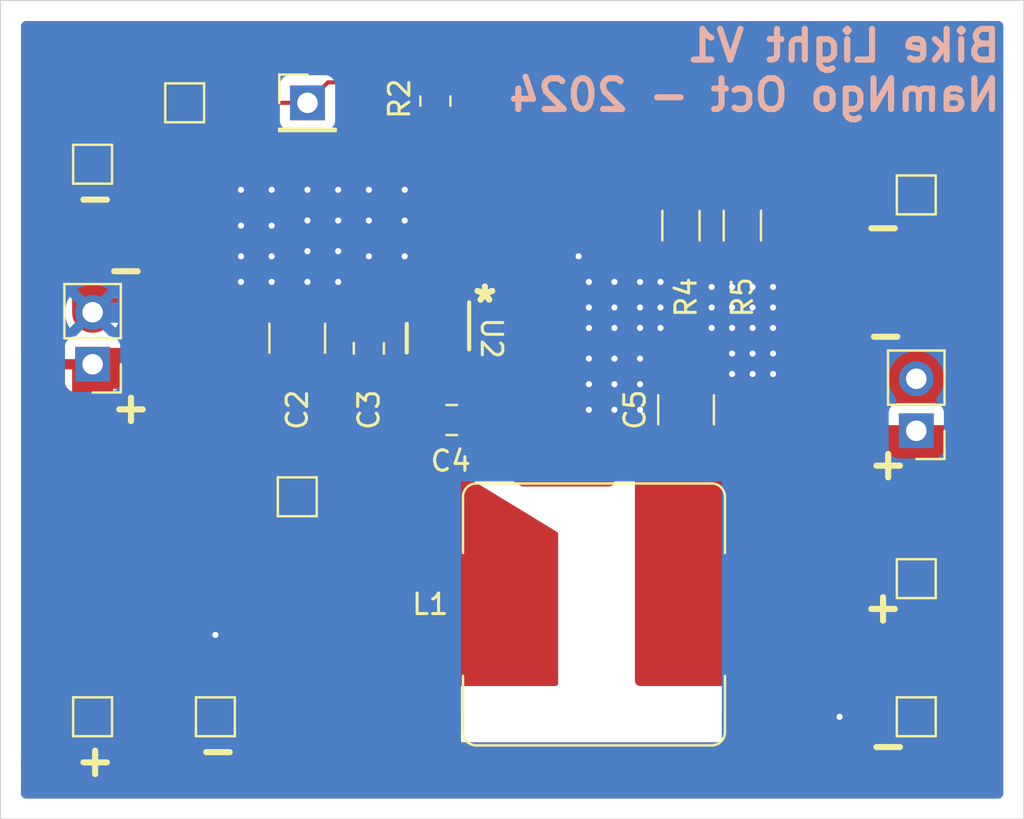
<source format=kicad_pcb>
(kicad_pcb (version 20241229) (generator "pcbnew") (generator_version "9.0")
  (layers (0 "F.Cu" signal) (2 "B.Cu" signal) (13 "F.Paste" user) (15 "B.Paste" user) (5 "F.SilkS" user "F.Silkscreen") (7 "B.SilkS" user "B.Silkscreen") (1 "F.Mask" user) (3 "B.Mask" user) (25 "Edge.Cuts" user))
  (net 0 "")
  (net 1 "SW")
  (net 2 "Net-(U2-BOOT)")
  (net 3 "VCC")
  (net 4 "GND")
  (net 5 "Net-(U2-DIM)")
  (net 6 "LED+")
  (net 7 "Net-(J2-Pin_1)")
  (net 8 "LED-")
  (footprint "Connector_PinHeader_2.54mm:PinHeader_1x02_P2.54mm_Vertical" (layer "F.Cu") (at 92 75.275 180)
    (property "Reference" "Jin2" (hide yes))
    (property "Value" "PWR")
    (fp_line (start 1.38 1.27) (end 1.38 3.92) (stroke (width 0.12)) (layer "F.SilkS"))
    (fp_line (start -1.38 3.92) (end 1.38 3.92) (stroke (width 0.12)) (layer "F.SilkS"))
    (fp_line (start -1.38 1.27) (end 1.38 1.27) (stroke (width 0.12)) (layer "F.SilkS"))
    (fp_line (start -1.38 1.27) (end -1.38 3.92) (stroke (width 0.12)) (layer "F.SilkS"))
    (fp_line (start -1.38 0) (end -1.38 -1.38) (stroke (width 0.12)) (layer "F.SilkS"))
    (fp_line (start -1.38 -1.38) (end 0 -1.38) (stroke (width 0.12)) (layer "F.SilkS"))
    (pad "1" thru_hole rect (at 0 0 180) (size 1.7 1.7) (drill 1) (layers "*.Cu" "*.Mask") (net 3 "VCC"))
    (pad "2" thru_hole circle (at 0 2.54 180) (size 1.7 1.7) (drill 1) (layers "*.Cu" "*.Mask") (net 4 "GND"))
  )
  (footprint "Connector_PinHeader_2.54mm:PinHeader_1x02_P2.54mm_Vertical" (layer "F.Cu") (at 132.25 78.525 180)
    (property "Reference" "J3" (hide yes))
    (property "Value" "LED")
    (fp_line (start 1.38 1.27) (end 1.38 3.92) (stroke (width 0.12)) (layer "F.SilkS"))
    (fp_line (start -1.38 3.92) (end 1.38 3.92) (stroke (width 0.12)) (layer "F.SilkS"))
    (fp_line (start -1.38 1.27) (end 1.38 1.27) (stroke (width 0.12)) (layer "F.SilkS"))
    (fp_line (start -1.38 1.27) (end -1.38 3.92) (stroke (width 0.12)) (layer "F.SilkS"))
    (fp_line (start -1.38 0) (end -1.38 -1.38) (stroke (width 0.12)) (layer "F.SilkS"))
    (fp_line (start -1.38 -1.38) (end 0 -1.38) (stroke (width 0.12)) (layer "F.SilkS"))
    (pad "1" thru_hole rect (at 0 0 180) (size 1.7 1.7) (drill 1) (layers "*.Cu" "*.Mask") (net 6 "LED+"))
    (pad "2" thru_hole circle (at 0 2.54 180) (size 1.7 1.7) (drill 1) (layers "*.Cu" "*.Mask") (net 8 "LED-"))
  )
  (footprint "TestPoint:TestPoint_Pad_1.5x1.5mm" (layer "F.Cu") (at 92 92.5)
    (property "Reference" "TP11" (hide yes))
    (property "Value" "VCC")
    (fp_line (start -0.95 -0.95) (end 0.95 -0.95) (stroke (width 0.12)) (layer "F.SilkS"))
    (fp_line (start -0.95 0.95) (end -0.95 -0.95) (stroke (width 0.12)) (layer "F.SilkS"))
    (fp_line (start 0.95 -0.95) (end 0.95 0.95) (stroke (width 0.12)) (layer "F.SilkS"))
    (fp_line (start 0.95 0.95) (end -0.95 0.95) (stroke (width 0.12)) (layer "F.SilkS"))
    (pad "1" smd rect (at 0 0) (size 1.5 1.5) (layers "F.Cu" "F.Mask") (net 3 "VCC"))
  )
  (footprint "footprints:DDC0006A_N" (layer "F.Cu") (at 108.875001 74 -90)
    (property "Reference" "U2" (at 0 -2.624999 270) (layer "F.SilkS"))
    (property "Value" "TPS92200" (hide yes))
    (fp_line (start -0.700001 1.524) (end 0.700001 1.524) (stroke (width 0.2)) (layer "F.SilkS"))
    (fp_line (start -1.749999 -1.525001) (end 0.549999 -1.525001) (stroke (width 0.2)) (layer "F.SilkS"))
    (pad "1" smd rect (at -1.375001 -0.950001) (size 0.599999 1) (layers "F.Cu" "F.Mask" "F.Paste") (net 8 "LED-"))
    (pad "2" smd rect (at -1.375001 0) (size 0.599999 1) (layers "F.Cu" "F.Mask" "F.Paste") (net 5 "Net-(U2-DIM)"))
    (pad "3" smd rect (at -1.375001 0.949998) (size 0.599999 1) (layers "F.Cu" "F.Mask" "F.Paste") (net 4 "GND"))
    (pad "4" smd rect (at 1.374999 0.949998) (size 0.599999 1) (layers "F.Cu" "F.Mask" "F.Paste") (net 3 "VCC"))
    (pad "5" smd rect (at 1.374999 0) (size 0.599999 1) (layers "F.Cu" "F.Mask" "F.Paste") (net 1 "SW"))
    (pad "6" smd rect (at 1.374999 -0.950001) (size 0.599999 1) (layers "F.Cu" "F.Mask" "F.Paste") (net 2 "Net-(U2-BOOT)"))
  )
  (footprint "TestPoint:TestPoint_Pad_1.5x1.5mm" (layer "F.Cu") (at 92 65.5)
    (property "Reference" "TP10" (hide yes))
    (property "Value" "GND")
    (fp_line (start -0.95 -0.95) (end 0.95 -0.95) (stroke (width 0.12)) (layer "F.SilkS"))
    (fp_line (start -0.95 0.95) (end -0.95 -0.95) (stroke (width 0.12)) (layer "F.SilkS"))
    (fp_line (start 0.95 -0.95) (end 0.95 0.95) (stroke (width 0.12)) (layer "F.SilkS"))
    (fp_line (start 0.95 0.95) (end -0.95 0.95) (stroke (width 0.12)) (layer "F.SilkS"))
    (pad "1" smd rect (at 0 0) (size 1.5 1.5) (layers "F.Cu" "F.Mask") (net 4 "GND"))
  )
  (footprint "TestPoint:TestPoint_Pad_1.5x1.5mm" (layer "F.Cu") (at 98 92.5)
    (property "Reference" "TP8" (hide yes))
    (property "Value" "GND")
    (fp_line (start -0.95 -0.95) (end 0.95 -0.95) (stroke (width 0.12)) (layer "F.SilkS"))
    (fp_line (start -0.95 0.95) (end -0.95 -0.95) (stroke (width 0.12)) (layer "F.SilkS"))
    (fp_line (start 0.95 -0.95) (end 0.95 0.95) (stroke (width 0.12)) (layer "F.SilkS"))
    (fp_line (start 0.95 0.95) (end -0.95 0.95) (stroke (width 0.12)) (layer "F.SilkS"))
    (pad "1" smd rect (at 0 0) (size 1.5 1.5) (layers "F.Cu" "F.Mask") (net 4 "GND"))
  )
  (footprint "Resistor_SMD:R_0805_2012Metric" (layer "F.Cu") (at 108.75 62.4125 90)
    (property "Reference" "R2" (at 0.11248 -1.75306 90) (layer "F.SilkS"))
    (property "Value" "1k")
    (fp_line (start -0.227064 -0.735) (end 0.227064 -0.735) (stroke (width 0.12)) (layer "F.SilkS"))
    (fp_line (start -0.227064 0.735) (end 0.227064 0.735) (stroke (width 0.12)) (layer "F.SilkS"))
    (pad "1" smd roundrect (at -0.9125 0 90) (size 1.025 1.4) (layers "F.Cu" "F.Mask" "F.Paste") (roundrect_rratio 0.243902) (net 5 "Net-(U2-DIM)"))
    (pad "2" smd roundrect (at 0.9125 0 90) (size 1.025 1.4) (layers "F.Cu" "F.Mask" "F.Paste") (roundrect_rratio 0.243902) (net 7 "Net-(J2-Pin_1)"))
  )
  (footprint "TestPoint:TestPoint_Pad_1.5x1.5mm" (layer "F.Cu") (at 132.25 67)
    (property "Reference" "TP6" (hide yes))
    (property "Value" "LED-")
    (fp_line (start -0.95 -0.95) (end 0.95 -0.95) (stroke (width 0.12)) (layer "F.SilkS"))
    (fp_line (start -0.95 0.95) (end -0.95 -0.95) (stroke (width 0.12)) (layer "F.SilkS"))
    (fp_line (start 0.95 -0.95) (end 0.95 0.95) (stroke (width 0.12)) (layer "F.SilkS"))
    (fp_line (start 0.95 0.95) (end -0.95 0.95) (stroke (width 0.12)) (layer "F.SilkS"))
    (pad "1" smd rect (at 0 0) (size 1.5 1.5) (layers "F.Cu" "F.Mask") (net 8 "LED-"))
  )
  (footprint "Resistor_SMD:R_1206_3216Metric" (layer "F.Cu") (at 120.75 68.5 90)
    (property "Reference" "R4" (at -3.5 0.25 90) (layer "F.SilkS"))
    (property "Value" "0.1" (hide yes))
    (fp_line (start -0.727064 -0.91) (end 0.727064 -0.91) (stroke (width 0.12)) (layer "F.SilkS"))
    (fp_line (start -0.727064 0.91) (end 0.727064 0.91) (stroke (width 0.12)) (layer "F.SilkS"))
    (pad "1" smd roundrect (at -1.4625 0 90) (size 1.125 1.75) (layers "F.Cu" "F.Mask" "F.Paste") (roundrect_rratio 0.222222) (net 4 "GND"))
    (pad "2" smd roundrect (at 1.4625 0 90) (size 1.125 1.75) (layers "F.Cu" "F.Mask" "F.Paste") (roundrect_rratio 0.222222) (net 8 "LED-"))
  )
  (footprint "Capacitor_SMD:C_1210_3225Metric" (layer "F.Cu") (at 102 74 90)
    (property "Reference" "C2" (at -3.5 0 270) (layer "F.SilkS"))
    (property "Value" "10uF" (hide yes))
    (fp_line (start -0.711252 -1.36) (end 0.711252 -1.36) (stroke (width 0.12)) (layer "F.SilkS"))
    (fp_line (start -0.711252 1.36) (end 0.711252 1.36) (stroke (width 0.12)) (layer "F.SilkS"))
    (pad "1" smd roundrect (at -1.475 0 90) (size 1.15 2.7) (layers "F.Cu" "F.Mask" "F.Paste") (roundrect_rratio 0.217391) (net 3 "VCC"))
    (pad "2" smd roundrect (at 1.475 0 90) (size 1.15 2.7) (layers "F.Cu" "F.Mask" "F.Paste") (roundrect_rratio 0.217391) (net 4 "GND"))
  )
  (footprint "Connector_PinHeader_2.54mm:PinHeader_1x01_P2.54mm_Vertical" (layer "F.Cu") (at 102.5 62.5)
    (property "Reference" "J2" (hide yes))
    (property "Value" "DIM")
    (fp_line (start -1.38 -1.38) (end 0 -1.38) (stroke (width 0.12)) (layer "F.SilkS"))
    (fp_line (start -1.38 0) (end -1.38 -1.38) (stroke (width 0.12)) (layer "F.SilkS"))
    (fp_line (start -1.38 1.27) (end -1.38 1.38) (stroke (width 0.12)) (layer "F.SilkS"))
    (fp_line (start -1.38 1.27) (end 1.38 1.27) (stroke (width 0.12)) (layer "F.SilkS"))
    (fp_line (start -1.38 1.38) (end 1.38 1.38) (stroke (width 0.12)) (layer "F.SilkS"))
    (fp_line (start 1.38 1.27) (end 1.38 1.38) (stroke (width 0.12)) (layer "F.SilkS"))
    (pad "1" thru_hole rect (at 0 0) (size 1.7 1.7) (drill 1) (layers "*.Cu" "*.Mask") (net 7 "Net-(J2-Pin_1)"))
  )
  (footprint "Inductor_SMD:L_Bourns_SRR1260" (layer "F.Cu") (at 116.5 87.5 180)
    (property "Reference" "L1" (at 8 0.5 0) (layer "F.SilkS"))
    (property "Value" "~")
    (fp_line (start 6.4 3) (end 6.4 5.75) (stroke (width 0.12)) (layer "F.SilkS"))
    (fp_line (start 6.4 -5.75) (end 6.4 -3) (stroke (width 0.12)) (layer "F.SilkS"))
    (fp_line (start 5.75 6.4) (end -5.75 6.4) (stroke (width 0.12)) (layer "F.SilkS"))
    (fp_line (start -5.75 -6.4) (end 5.75 -6.4) (stroke (width 0.12)) (layer "F.SilkS"))
    (fp_line (start -6.4 3) (end -6.4 5.75) (stroke (width 0.12)) (layer "F.SilkS"))
    (fp_line (start -6.4 -5.75) (end -6.4 -3) (stroke (width 0.12)) (layer "F.SilkS"))
    (fp_arc (start 6.4 5.75) (mid 6.209619 6.209619) (end 5.75 6.4) (stroke (width 0.12)) (layer "F.SilkS"))
    (fp_arc (start 5.75 -6.4) (mid 6.209619 -6.209619) (end 6.4 -5.75) (stroke (width 0.12)) (layer "F.SilkS"))
    (fp_arc (start -5.75 6.4) (mid -6.209619 6.209619) (end -6.4 5.75) (stroke (width 0.12)) (layer "F.SilkS"))
    (fp_arc (start -6.4 -5.75) (mid -6.209619 -6.209619) (end -5.75 -6.4) (stroke (width 0.12)) (layer "F.SilkS"))
    (pad "1" smd rect (at -4.85 0 180) (size 2.9 5.4) (layers "F.Cu" "F.Mask" "F.Paste") (net 6 "LED+"))
    (pad "2" smd rect (at 4.85 0 180) (size 2.9 5.4) (layers "F.Cu" "F.Mask" "F.Paste") (net 1 "SW"))
  )
  (footprint "TestPoint:TestPoint_Pad_1.5x1.5mm" (layer "F.Cu") (at 96.5 62.5)
    (property "Reference" "TP4" (hide yes))
    (property "Value" "DIM")
    (fp_line (start -0.95 -0.95) (end 0.95 -0.95) (stroke (width 0.12)) (layer "F.SilkS"))
    (fp_line (start -0.95 0.95) (end -0.95 -0.95) (stroke (width 0.12)) (layer "F.SilkS"))
    (fp_line (start 0.95 -0.95) (end 0.95 0.95) (stroke (width 0.12)) (layer "F.SilkS"))
    (fp_line (start 0.95 0.95) (end -0.95 0.95) (stroke (width 0.12)) (layer "F.SilkS"))
    (pad "1" smd rect (at 0 0) (size 1.5 1.5) (layers "F.Cu" "F.Mask") (net 7 "Net-(J2-Pin_1)"))
  )
  (footprint "TestPoint:TestPoint_Pad_1.5x1.5mm" (layer "F.Cu") (at 132.25 92.5)
    (property "Reference" "TP3" (hide yes))
    (property "Value" "GND")
    (fp_line (start -0.95 -0.95) (end 0.95 -0.95) (stroke (width 0.12)) (layer "F.SilkS"))
    (fp_line (start -0.95 0.95) (end -0.95 -0.95) (stroke (width 0.12)) (layer "F.SilkS"))
    (fp_line (start 0.95 -0.95) (end 0.95 0.95) (stroke (width 0.12)) (layer "F.SilkS"))
    (fp_line (start 0.95 0.95) (end -0.95 0.95) (stroke (width 0.12)) (layer "F.SilkS"))
    (pad "1" smd rect (at 0 0) (size 1.5 1.5) (layers "F.Cu" "F.Mask") (net 4 "GND"))
  )
  (footprint "TestPoint:TestPoint_Pad_1.5x1.5mm" (layer "F.Cu") (at 132.25 85.75)
    (property "Reference" "TP5" (hide yes))
    (property "Value" "LED+")
    (fp_line (start -0.95 -0.95) (end 0.95 -0.95) (stroke (width 0.12)) (layer "F.SilkS"))
    (fp_line (start -0.95 0.95) (end -0.95 -0.95) (stroke (width 0.12)) (layer "F.SilkS"))
    (fp_line (start 0.95 -0.95) (end 0.95 0.95) (stroke (width 0.12)) (layer "F.SilkS"))
    (fp_line (start 0.95 0.95) (end -0.95 0.95) (stroke (width 0.12)) (layer "F.SilkS"))
    (pad "1" smd rect (at 0 0) (size 1.5 1.5) (layers "F.Cu" "F.Mask") (net 6 "LED+"))
  )
  (footprint "TestPoint:TestPoint_Pad_1.5x1.5mm" (layer "F.Cu") (at 102 81.75)
    (property "Reference" "TP2" (hide yes))
    (property "Value" "VCC")
    (fp_line (start -0.95 -0.95) (end 0.95 -0.95) (stroke (width 0.12)) (layer "F.SilkS"))
    (fp_line (start -0.95 0.95) (end -0.95 -0.95) (stroke (width 0.12)) (layer "F.SilkS"))
    (fp_line (start 0.95 -0.95) (end 0.95 0.95) (stroke (width 0.12)) (layer "F.SilkS"))
    (fp_line (start 0.95 0.95) (end -0.95 0.95) (stroke (width 0.12)) (layer "F.SilkS"))
    (pad "1" smd rect (at 0 0) (size 1.5 1.5) (layers "F.Cu" "F.Mask") (net 3 "VCC"))
  )
  (footprint "Capacitor_SMD:C_0805_2012Metric" (layer "F.Cu") (at 109.55 78 180)
    (property "Reference" "C4" (at 0.05 -2 0) (layer "F.SilkS"))
    (property "Value" "0.1uF")
    (fp_line (start -0.261252 0.735) (end 0.261252 0.735) (stroke (width 0.12)) (layer "F.SilkS"))
    (fp_line (start -0.261252 -0.735) (end 0.261252 -0.735) (stroke (width 0.12)) (layer "F.SilkS"))
    (pad "1" smd roundrect (at -0.95 0 180) (size 1 1.45) (layers "F.Cu" "F.Mask" "F.Paste") (net 2 "Net-(U2-BOOT)"))
    (pad "2" smd roundrect (at 0.95 0 180) (size 1 1.45) (layers "F.Cu" "F.Mask" "F.Paste") (net 1 "SW"))
  )
  (footprint "Capacitor_SMD:C_0805_2012Metric" (layer "F.Cu") (at 105.5 74.5 90)
    (property "Reference" "C3" (at -3 0 270) (layer "F.SilkS"))
    (property "Value" "0.1uF" (hide yes))
    (fp_line (start -0.261252 -0.735) (end 0.261252 -0.735) (stroke (width 0.12)) (layer "F.SilkS"))
    (fp_line (start -0.261252 0.735) (end 0.261252 0.735) (stroke (width 0.12)) (layer "F.SilkS"))
    (pad "1" smd roundrect (at -0.95 0 90) (size 1 1.45) (layers "F.Cu" "F.Mask" "F.Paste") (net 3 "VCC"))
    (pad "2" smd roundrect (at 0.95 0 90) (size 1 1.45) (layers "F.Cu" "F.Mask" "F.Paste") (net 4 "GND"))
  )
  (footprint "Resistor_SMD:R_1206_3216Metric" (layer "F.Cu") (at 123.75 68.5 90)
    (property "Reference" "R5" (at -3.5 0 90) (layer "F.SilkS"))
    (property "Value" "0.1" (hide yes))
    (fp_line (start -0.727064 -0.91) (end 0.727064 -0.91) (stroke (width 0.12)) (layer "F.SilkS"))
    (fp_line (start -0.727064 0.91) (end 0.727064 0.91) (stroke (width 0.12)) (layer "F.SilkS"))
    (pad "1" smd roundrect (at -1.4625 0 90) (size 1.125 1.75) (layers "F.Cu" "F.Mask" "F.Paste") (roundrect_rratio 0.222222) (net 4 "GND"))
    (pad "2" smd roundrect (at 1.4625 0 90) (size 1.125 1.75) (layers "F.Cu" "F.Mask" "F.Paste") (roundrect_rratio 0.222222) (net 8 "LED-"))
  )
  (footprint "Capacitor_SMD:C_1210_3225Metric" (layer "F.Cu") (at 121 77.5 90)
    (property "Reference" "C5" (at 0 -2.5 90) (layer "F.SilkS"))
    (property "Value" "10uF")
    (fp_line (start -0.711252 -1.36) (end 0.711252 -1.36) (stroke (width 0.12)) (layer "F.SilkS"))
    (fp_line (start -0.711252 1.36) (end 0.711252 1.36) (stroke (width 0.12)) (layer "F.SilkS"))
    (pad "1" smd roundrect (at -1.475 0 90) (size 1.15 2.7) (layers "F.Cu" "F.Mask" "F.Paste") (roundrect_rratio 0.217391) (net 6 "LED+"))
    (pad "2" smd roundrect (at 1.475 0 90) (size 1.15 2.7) (layers "F.Cu" "F.Mask" "F.Paste") (roundrect_rratio 0.217391) (net 4 "GND"))
  )
  (gr_rect (start 87.5 57.5) (end 137.5 97.5) (stroke (width 0.05)) (fill no) (layer "Edge.Cuts"))
  (gr_text "+" (at 129.5 88 0) (layer "F.SilkS") (effects (font (size 1.5 1.5) (thickness 0.3) (bold yes)) (justify left bottom)))
  (gr_text "+" (at 91 95.5 0) (layer "F.SilkS") (effects (font (size 1.5 1.5) (thickness 0.3) (bold yes)) (justify left bottom)))
  (gr_text "-" (at 129.625 74.7 0) (layer "F.SilkS") (effects (font (size 1.5 1.5) (thickness 0.3) (bold yes)) (justify left bottom)))
  (gr_text "-" (at 129.75 94.75 0) (layer "F.SilkS") (effects (font (size 1.5 1.5) (thickness 0.3) (bold yes)) (justify left bottom)))
  (gr_text "-" (at 97 95 0) (layer "F.SilkS") (effects (font (size 1.5 1.5) (thickness 0.3) (bold yes)) (justify left bottom)))
  (gr_text "-" (at 129.5 69.4 0) (layer "F.SilkS") (effects (font (size 1.5 1.5) (thickness 0.3) (bold yes)) (justify left bottom)))
  (gr_text "*" (at 110.400002 73.175 0) (layer "F.SilkS") (effects (font (size 1.5 1.5) (thickness 0.3) (bold yes)) (justify left bottom)))
  (gr_text "+" (at 92.75 78.25 0) (layer "F.SilkS") (effects (font (size 1.5 1.5) (thickness 0.3) (bold yes)) (justify left bottom)))
  (gr_text "+" (at 129.75 81 0) (layer "F.SilkS") (effects (font (size 1.5 1.5) (thickness 0.3) (bold yes)) (justify left bottom)))
  (gr_text "-" (at 91 68 0) (layer "F.SilkS") (effects (font (size 1.5 1.5) (thickness 0.3) (bold yes)) (justify left bottom)))
  (gr_text "-" (at 92.5 71.5 0) (layer "F.SilkS") (effects (font (size 1.5 1.5) (thickness 0.3) (bold yes)) (justify left bottom)))
  (gr_text "Bike Light V1\nNamNgo Oct - 2024" (at 136.5 63 0) (layer "B.SilkS") (effects (font (size 1.5 1.5) (thickness 0.3) (bold yes)) (justify left bottom mirror)))
  (segment (start 108.6 78) (end 108.875001 77.724999) (width 0.5) (layer "F.Cu") (net 1))
  (segment (start 108 79) (end 108 83.85) (width 2) (layer "F.Cu") (net 1))
  (segment (start 108 78.6) (end 108 79) (width 1) (layer "F.Cu") (net 1))
  (segment (start 108.875001 77.724999) (end 108.875001 75.374999) (width 0.5) (layer "F.Cu") (net 1))
  (segment (start 108.6 78) (end 108 78.6) (width 1) (layer "F.Cu") (net 1))
  (segment (start 108 83.85) (end 111.65 87.5) (width 2) (layer "F.Cu") (net 1))
  (segment (start 110.5 76.049997) (end 109.825002 75.374999) (width 0.2) (layer "F.Cu") (net 2))
  (segment (start 110.5 78) (end 110.5 76.049997) (width 0.2) (layer "F.Cu") (net 2))
  (segment (start 102 81.75) (end 102 75.475) (width 2) (layer "F.Cu") (net 3))
  (segment (start 92 75.5) (end 92.025 75.475) (width 1) (layer "F.Cu") (net 3))
  (segment (start 102.025 75.5) (end 102 75.475) (width 1) (layer "F.Cu") (net 3))
  (segment (start 105.5 75.45) (end 102.025 75.45) (width 0.8) (layer "F.Cu") (net 3))
  (segment (start 92 75.275) (end 92 75.5) (width 0.2) (layer "F.Cu") (net 3))
  (segment (start 92 75.5) (end 92 92.5) (width 2) (layer "F.Cu") (net 3))
  (segment (start 105.575001 75.374999) (end 105.5 75.45) (width 0.8) (layer "F.Cu") (net 3))
  (segment (start 92.025 75.475) (end 102 75.475) (width 2) (layer "F.Cu") (net 3))
  (segment (start 102.025 75.45) (end 102 75.475) (width 0.8) (layer "F.Cu") (net 3))
  (segment (start 107.925003 75.374999) (end 105.575001 75.374999) (width 0.8) (layer "F.Cu") (net 3))
  (segment (start 122.975 76.025) (end 123.25 75.75) (width 0.8) (layer "F.Cu") (net 4))
  (segment (start 121 75) (end 121 73.5) (width 0.8) (layer "F.Cu") (net 4))
  (segment (start 107.25 70) (end 107.25 68.25) (width 1) (layer "F.Cu") (net 4))
  (segment (start 125.25 71.5) (end 125.25 70.25) (width 0.8) (layer "F.Cu") (net 4))
  (segment (start 98 88.5) (end 98 92.5) (width 1) (layer "F.Cu") (net 4))
  (segment (start 123.25 72.5) (end 122.25 72.5) (width 0.8) (layer "F.Cu") (net 4))
  (segment (start 116.25 73.5) (end 117.5 73.5) (width 0.8) (layer "F.Cu") (net 4))
  (segment (start 121 72.5) (end 121 71.25) (width 0.8) (layer "F.Cu") (net 4))
  (segment (start 116.25 77.5) (end 117.5 77.5) (width 0.8) (layer "F.Cu") (net 4))
  (segment (start 92.21 72.525) (end 92 72.735) (width 1) (layer "F.Cu") (net 4))
  (segment (start 104 69.75) (end 104 68.25) (width 1) (layer "F.Cu") (net 4))
  (segment (start 105.5 71.25) (end 105.5 70) (width 1) (layer "F.Cu") (net 4))
  (segment (start 124.25 74.75) (end 123.25 74.75) (width 0.8) (layer "F.Cu") (net 4))
  (segment (start 120.75 69.9625) (end 123.75 69.9625) (width 0.8) (layer "F.Cu") (net 4))
  (segment (start 122.25 71.5) (end 123.25 71.5) (width 0.8) (layer "F.Cu") (net 4))
  (segment (start 121.25 71.5) (end 121 71.25) (width 0.8) (layer "F.Cu") (net 4))
  (segment (start 115.75 70) (end 120.7125 70) (width 0.8) (layer "F.Cu") (net 4))
  (segment (start 120.7125 70) (end 120.75 69.9625) (width 0.8) (layer "F.Cu") (net 4))
  (segment (start 116.25 72.5) (end 116.25 71.25) (width 0.8) (layer "F.Cu") (net 4))
  (segment (start 123.25 75.75) (end 124.25 75.75) (width 0.8) (layer "F.Cu") (net 4))
  (segment (start 99.25 71.25) (end 99.25 72.525) (width 1) (layer "F.Cu") (net 4))
  (segment (start 100.75 70) (end 100.75 68.5) (width 1) (layer "F.Cu") (net 4))
  (segment (start 123.25 73.5) (end 124.25 73.5) (width 0.8) (layer "F.Cu") (net 4))
  (segment (start 121 76.025) (end 122.975 76.025) (width 0.8) (layer "F.Cu") (net 4))
  (segment (start 123.25 74.75) (end 121.25 74.75) (width 0.8) (layer "F.Cu") (net 4))
  (segment (start 102 72.525) (end 104.475 72.525) (width 1) (layer "F.Cu") (net 4))
  (segment (start 124.9625 69.9625) (end 123.75 69.9625) (width 0.8) (layer "F.Cu") (net 4))
  (segment (start 102.5 71.25) (end 100.75 71.25) (width 1) (layer "F.Cu") (net 4))
  (segment (start 124.25 71.5) (end 125.25 71.5) (width 0.8) (layer "F.Cu") (net 4))
  (segment (start 105.5 70) (end 107.25 70) (width 1) (layer "F.Cu") (net 4))
  (segment (start 104 66.75) (end 102.5 66.75) (width 1) (layer "F.Cu") (net 4))
  (segment (start 99.25 72.525) (end 92.21 72.525) (width 1) (layer "F.Cu") (net 4))
  (segment (start 118.75 77.5) (end 118.75 76.25) (width 0.8) (layer "F.Cu") (net 4))
  (segment (start 117.5 71.25) (end 118.75 71.25) (width 0.8) (layer "F.Cu") (net 4))
  (segment (start 125.25 70.25) (end 124.9625 69.9625) (width 0.8) (layer "F.Cu") (net 4))
  (segment (start 119.75 73.5) (end 121 73.5) (width 0.8) (layer "F.Cu") (net 4))
  (segment (start 102 72.525) (end 99.25 72.525) (width 1) (layer "F.Cu") (net 4))
  (segment (start 107.925003 72.624999) (end 106.425001 72.624999) (width 0.8) (layer "F.Cu") (net 4))
  (segment (start 121 71.25) (end 121 70.2125) (width 0.8) (layer "F.Cu") (net 4))
  (segment (start 99.25 68.5) (end 99.25 70) (width 1) (layer "F.Cu") (net 4))
  (segment (start 121 73.5) (end 122.25 73.5) (width 0.8) (layer "F.Cu") (net 4))
  (segment (start 102.5 68.25) (end 102.5 69.75) (width 1) (layer "F.Cu") (net 4))
  (segment (start 105.5 68.25) (end 104 68.25) (width 1) (layer "F.Cu") (net 4))
  (segment (start 105.5 71.25) (end 104 71.25) (width 1) (layer "F.Cu") (net 4))
  (segment (start 92 72.735) (end 92 65.5) (width 2) (layer "F.Cu") (net 4))
  (segment (start 122.25 71.5) (end 121.25 71.5) (width 0.8) (layer "F.Cu") (net 4))
  (segment (start 107.25 66.75) (end 107.25 68.25) (width 1) (layer "F.Cu") (net 4))
  (segment (start 117.5 73.5) (end 118.75 73.5) (width 0.8) (layer "F.Cu") (net 4))
  (segment (start 121 75) (end 118.75 75) (width 0.8) (layer "F.Cu") (net 4))
  (segment (start 118.75 75) (end 117.5 75) (width 0.8) (layer "F.Cu") (net 4))
  (segment (start 125.25 72.5) (end 124.25 72.5) (width 0.8) (layer "F.Cu") (net 4))
  (segment (start 132.25 92.5) (end 128.5 92.5) (width 2) (layer "F.Cu") (net 4))
  (segment (start 121 76.025) (end 121 75) (width 0.8) (layer "F.Cu") (net 4))
  (segment (start 117.5 75) (end 116.25 75) (width 0.8) (layer "F.Cu") (net 4))
  (segment (start 104.475 72.525) (end 105.5 73.55) (width 1) (layer "F.Cu") (net 4))
  (segment (start 117.5 76.25) (end 116.25 76.25) (width 0.8) (layer "F.Cu") (net 4))
  (segment (start 106.425001 72.624999) (end 105.5 73.55) (width 0.8) (layer "F.Cu") (net 4))
  (segment (start 121 72.5) (end 119.75 72.5) (width 0.8) (layer "F.Cu") (net 4))
  (segment (start 105.5 68.25) (end 105.5 66.75) (width 1) (layer "F.Cu") (net 4))
  (segment (start 119.75 71.25) (end 121 71.25) (width 0.8) (layer "F.Cu") (net 4))
  (segment (start 118.75 72.5) (end 117.5 72.5) (width 0.8) (layer "F.Cu") (net 4))
  (segment (start 121 73.5) (end 121 72.5) (width 0.8) (layer "F.Cu") (net 4))
  (segment (start 121 70.2125) (end 120.75 69.9625) (width 0.8) (layer "F.Cu") (net 4))
  (segment (start 121 76.025) (end 118.975 76.025) (width 0.8) (layer "F.Cu") (net 4))
  (segment (start 100.75 66.75) (end 99.25 66.75) (width 1) (layer "F.Cu") (net 4))
  (segment (start 105.5 73.55) (end 105.5 71.25) (width 1) (layer "F.Cu") (net 4))
  (segment (start 121.25 74.75) (end 121 75) (width 0.8) (layer "F.Cu") (net 4))
  (segment (start 118.975 76.025) (end 118.75 76.25) (width 0.8) (layer "F.Cu") (net 4))
  (segment (start 125.25 73.5) (end 125.25 74.75) (width 0.8) (layer "F.Cu") (net 4))
  (via (at 102.5 71.25) (size 0.6) (drill 0.3) (layers "F.Cu" "B.Cu") (net 4))
  (via (at 107.25 66.75) (size 0.6) (drill 0.3) (layers "F.Cu" "B.Cu") (net 4))
  (via (at 123.25 74.75) (size 0.6) (drill 0.3) (layers "F.Cu" "B.Cu") (net 4))
  (via (at 100.75 70) (size 0.6) (drill 0.3) (layers "F.Cu" "B.Cu") (net 4))
  (via (at 104 68.25) (size 0.6) (drill 0.3) (layers "F.Cu" "B.Cu") (net 4))
  (via (at 122.25 73.5) (size 0.6) (drill 0.3) (layers "F.Cu" "B.Cu") (net 4))
  (via (at 105.5 66.75) (size 0.6) (drill 0.3) (layers "F.Cu" "B.Cu") (net 4))
  (via (at 116.25 73.5) (size 0.6) (drill 0.3) (layers "F.Cu" "B.Cu") (net 4))
  (via (at 99.25 71.25) (size 0.6) (drill 0.3) (layers "F.Cu" "B.Cu") (net 4))
  (via (at 104 69.75) (size 0.6) (drill 0.3) (layers "F.Cu" "B.Cu") (net 4))
  (via (at 98 88.5) (size 0.6) (drill 0.3) (layers "F.Cu" "B.Cu") (net 4))
  (via (at 123.25 71.5) (size 0.6) (drill 0.3) (layers "F.Cu" "B.Cu") (net 4))
  (via (at 99.25 68.5) (size 0.6) (drill 0.3) (layers "F.Cu" "B.Cu") (net 4))
  (via (at 117.5 75) (size 0.6) (drill 0.3) (layers "F.Cu" "B.Cu") (net 4))
  (via (at 123.25 72.5) (size 0.6) (drill 0.3) (layers "F.Cu" "B.Cu") (net 4))
  (via (at 124.25 75.75) (size 0.6) (drill 0.3) (layers "F.Cu" "B.Cu") (net 4))
  (via (at 99.25 66.75) (size 0.6) (drill 0.3) (layers "F.Cu" "B.Cu") (net 4))
  (via (at 124.25 73.5) (size 0.6) (drill 0.3) (layers "F.Cu" "B.Cu") (net 4))
  (via (at 124.25 71.5) (size 0.6) (drill 0.3) (layers "F.Cu" "B.Cu") (net 4))
  (via (at 102.5 66.75) (size 0.6) (drill 0.3) (layers "F.Cu" "B.Cu") (net 4))
  (via (at 119.75 73.5) (size 0.6) (drill 0.3) (layers "F.Cu" "B.Cu") (net 4))
  (via (at 125.25 71.5) (size 0.6) (drill 0.3) (layers "F.Cu" "B.Cu") (net 4))
  (via (at 118.75 72.5) (size 0.6) (drill 0.3) (layers "F.Cu" "B.Cu") (net 4))
  (via (at 104 71.25) (size 0.6) (drill 0.3) (layers "F.Cu" "B.Cu") (net 4))
  (via (at 117.5 72.5) (size 0.6) (drill 0.3) (layers "F.Cu" "B.Cu") (net 4))
  (via (at 118.75 77.5) (size 0.6) (drill 0.3) (layers "F.Cu" "B.Cu") (net 4))
  (via (at 100.75 68.5) (size 0.6) (drill 0.3) (layers "F.Cu" "B.Cu") (net 4))
  (via (at 125.25 74.75) (size 0.6) (drill 0.3) (layers "F.Cu" "B.Cu") (net 4))
  (via (at 128.5 92.5) (size 0.6) (drill 0.3) (layers "F.Cu" "B.Cu") (net 4))
  (via (at 118.75 75) (size 0.6) (drill 0.3) (layers "F.Cu" "B.Cu") (net 4))
  (via (at 116.25 71.25) (size 0.6) (drill 0.3) (layers "F.Cu" "B.Cu") (net 4))
  (via (at 119.75 71.25) (size 0.6) (drill 0.3) (layers "F.Cu" "B.Cu") (net 4))
  (via (at 118.75 73.5) (size 0.6) (drill 0.3) (layers "F.Cu" "B.Cu") (net 4))
  (via (at 105.5 68.25) (size 0.6) (drill 0.3) (layers "F.Cu" "B.Cu") (net 4))
  (via (at 117.5 76.25) (size 0.6) (drill 0.3) (layers "F.Cu" "B.Cu") (net 4))
  (via (at 118.75 71.25) (size 0.6) (drill 0.3) (layers "F.Cu" "B.Cu") (net 4))
  (via (at 117.5 77.5) (size 0.6) (drill 0.3) (layers "F.Cu" "B.Cu") (net 4))
  (via (at 100.75 71.25) (size 0.6) (drill 0.3) (layers "F.Cu" "B.Cu") (net 4))
  (via (at 117.5 73.5) (size 0.6) (drill 0.3) (layers "F.Cu" "B.Cu") (net 4))
  (via (at 116.25 75) (size 0.6) (drill 0.3) (layers "F.Cu" "B.Cu") (net 4))
  (via (at 115.75 70) (size 0.6) (drill 0.3) (layers "F.Cu" "B.Cu") (net 4))
  (via (at 99.25 70) (size 0.6) (drill 0.3) (layers "F.Cu" "B.Cu") (net 4))
  (via (at 122.25 71.5) (size 0.6) (drill 0.3) (layers "F.Cu" "B.Cu") (net 4))
  (via (at 102.5 69.75) (size 0.6) (drill 0.3) (layers "F.Cu" "B.Cu") (net 4))
  (via (at 123.25 73.5) (size 0.6) (drill 0.3) (layers "F.Cu" "B.Cu") (net 4))
  (via (at 125.25 75.75) (size 0.6) (drill 0.3) (layers "F.Cu" "B.Cu") (net 4))
  (via (at 123.25 75.75) (size 0.6) (drill 0.3) (layers "F.Cu" "B.Cu") (net 4))
  (via (at 116.25 72.5) (size 0.6) (drill 0.3) (layers "F.Cu" "B.Cu") (net 4))
  (via (at 116.25 76.25) (size 0.6) (drill 0.3) (layers "F.Cu" "B.Cu") (net 4))
  (via (at 107.25 70) (size 0.6) (drill 0.3) (layers "F.Cu" "B.Cu") (net 4))
  (via (at 100.75 66.75) (size 0.6) (drill 0.3) (layers "F.Cu" "B.Cu") (net 4))
  (via (at 102.5 68.25) (size 0.6) (drill 0.3) (layers "F.Cu" "B.Cu") (net 4))
  (via (at 122.25 72.5) (size 0.6) (drill 0.3) (layers "F.Cu" "B.Cu") (net 4))
  (via (at 116.25 77.5) (size 0.6) (drill 0.3) (layers "F.Cu" "B.Cu") (net 4))
  (via (at 125.25 72.5) (size 0.6) (drill 0.3) (layers "F.Cu" "B.Cu") (net 4))
  (via (at 119.75 72.5) (size 0.6) (drill 0.3) (layers "F.Cu" "B.Cu") (net 4))
  (via (at 124.25 74.75) (size 0.6) (drill 0.3) (layers "F.Cu" "B.Cu") (net 4))
  (via (at 118.75 76.25) (size 0.6) (drill 0.3) (layers "F.Cu" "B.Cu") (net 4))
  (via (at 107.25 68.25) (size 0.6) (drill 0.3) (layers "F.Cu" "B.Cu") (net 4))
  (via (at 104 66.75) (size 0.6) (drill 0.3) (layers "F.Cu" "B.Cu") (net 4))
  (via (at 117.5 71.25) (size 0.6) (drill 0.3) (layers "F.Cu" "B.Cu") (net 4))
  (via (at 124.25 72.5) (size 0.6) (drill 0.3) (layers "F.Cu" "B.Cu") (net 4))
  (via (at 105.5 70) (size 0.6) (drill 0.3) (layers "F.Cu" "B.Cu") (net 4))
  (via (at 125.25 73.5) (size 0.6) (drill 0.3) (layers "F.Cu" "B.Cu") (net 4))
  (segment (start 100.75 68.5) (end 100.75 66.75) (width 1) (layer "B.Cu") (net 4))
  (segment (start 123.25 74.75) (end 123.25 75.75) (width 0.8) (layer "B.Cu") (net 4))
  (segment (start 124.25 73.5) (end 125.25 73.5) (width 0.8) (layer "B.Cu") (net 4))
  (segment (start 96 72.75) (end 98 74.75) (width 1) (layer "B.Cu") (net 4))
  (segment (start 125.25 74.75) (end 125.25 75.75) (width 0.8) (layer "B.Cu") (net 4))
  (segment (start 100.75 71.25) (end 100.75 70) (width 1) (layer "B.Cu") (net 4))
  (segment (start 122.25 73.5) (end 123.25 73.5) (width 0.8) (layer "B.Cu") (net 4))
  (segment (start 92.56 72.735) (end 92.575 72.75) (width 1) (layer "B.Cu") (net 4))
  (segment (start 124.25 72.5) (end 123.25 72.5) (width 0.8) (layer "B.Cu") (net 4))
  (segment (start 123.25 74.75) (end 123.25 73.5) (width 0.8) (layer "B.Cu") (net 4))
  (segment (start 107.25 70) (end 115.75 70) (width 2) (layer "B.Cu") (net 4))
  (segment (start 119.75 72.5) (end 118.75 72.5) (width 0.8) (layer "B.Cu") (net 4))
  (segment (start 117.5 72.5) (end 116.25 72.5) (width 0.8) (layer "B.Cu") (net 4))
  (segment (start 118.75 76.25) (end 117.5 76.25) (width 0.8) (layer "B.Cu") (net 4))
  (segment (start 104 68.25) (end 104 66.75) (width 1) (layer "B.Cu") (net 4))
  (segment (start 117.5 73.5) (end 117.5 75) (width 0.8) (layer "B.Cu") (net 4))
  (segment (start 104 71.25) (end 102.5 71.25) (width 1) (layer "B.Cu") (net 4))
  (segment (start 103.5 95.25) (end 125.75 95.25) (width 1) (layer "B.Cu") (net 4))
  (segment (start 92.575 72.75) (end 95.25 72.75) (width 1) (layer "B.Cu") (net 4))
  (segment (start 102.5 69.75) (end 104 69.75) (width 1) (layer "B.Cu") (net 4))
  (segment (start 98 88.5) (end 98 89.75) (width 1) (layer "B.Cu") (net 4))
  (segment (start 116.25 71.25) (end 117.5 71.25) (width 0.8) (layer "B.Cu") (net 4))
  (segment (start 105.5 70) (end 107.25 70) (width 2) (layer "B.Cu") (net 4))
  (segment (start 98 89.75) (end 103.5 95.25) (width 1) (layer "B.Cu") (net 4))
  (segment (start 118.75 73.5) (end 118.75 75) (width 0.8) (layer "B.Cu") (net 4))
  (segment (start 125.25 73.5) (end 125.25 72.5) (width 0.8) (layer "B.Cu") (net 4))
  (segment (start 116.25 76.25) (end 116.25 77.5) (width 0.8) (layer "B.Cu") (net 4))
  (segment (start 125.25 75.75) (end 124.25 75.75) (width 0.8) (layer "B.Cu") (net 4))
  (segment (start 116.25 75) (end 116.25 73.5) (width 0.8) (layer "B.Cu") (net 4))
  (segment (start 122.25 72.5) (end 122.25 71.5) (width 0.8) (layer "B.Cu") (net 4))
  (segment (start 105.5 66.75) (end 107.25 66.75) (width 1) (layer "B.Cu") (net 4))
  (segment (start 125.25 74.75) (end 124.25 74.75) (width 0.8) (layer "B.Cu") (net 4))
  (segment (start 98 74.75) (end 98 88.5) (width 1) (layer "B.Cu") (net 4))
  (segment (start 95.25 72.75) (end 96 72.75) (width 1) (layer "B.Cu") (net 4))
  (segment (start 125.75 95.25) (end 128.5 92.5) (width 1) (layer "B.Cu") (net 4))
  (segment (start 102.5 66.75) (end 102.5 68.25) (width 1) (layer "B.Cu") (net 4))
  (segment (start 99.25 66.75) (end 99.25 68.5) (width 1) (layer "B.Cu") (net 4))
  (segment (start 92 72.735) (end 92.56 72.735) (width 1) (layer "B.Cu") (net 4))
  (segment (start 123.25 71.5) (end 124.25 71.5) (width 0.8) (layer "B.Cu") (net 4))
  (segment (start 125.25 71.5) (end 125.25 72.5) (width 0.8) (layer "B.Cu") (net 4))
  (segment (start 118.75 71.25) (end 119.75 71.25) (width 0.8) (layer "B.Cu") (net 4))
  (segment (start 117.5 77.5) (end 118.75 77.5) (width 0.8) (layer "B.Cu") (net 4))
  (segment (start 99.25 70) (end 99.25 71.25) (width 1) (layer "B.Cu") (net 4))
  (segment (start 118.75 73.5) (end 119.75 73.5) (width 0.8) (layer "B.Cu") (net 4))
  (segment (start 107.25 68.25) (end 105.5 68.25) (width 1) (layer "B.Cu") (net 4))
  (segment (start 108.875001 72.624999) (end 108.875001 63.450001) (width 0.2) (layer "F.Cu") (net 5))
  (segment (start 108.875001 63.450001) (end 108.75 63.325) (width 0.2) (layer "F.Cu") (net 5))
  (segment (start 121 87.15) (end 121.35 87.5) (width 1) (layer "F.Cu") (net 6))
  (segment (start 121 78.975) (end 121 87.15) (width 1) (layer "F.Cu") (net 6))
  (segment (start 121.35 87.5) (end 121.35 87.35) (width 1) (layer "F.Cu") (net 6))
  (segment (start 132.25 78.525) (end 132.25 85.75) (width 1) (layer "F.Cu") (net 6))
  (segment (start 121 78.975) (end 131.8 78.975) (width 1) (layer "F.Cu") (net 6))
  (segment (start 131.8 78.975) (end 132.25 78.525) (width 1) (layer "F.Cu") (net 6))
  (segment (start 121.35 87.35) (end 121 87) (width 1) (layer "F.Cu") (net 6))
  (segment (start 103.5 61.5) (end 102.5 62.5) (width 0.2) (layer "F.Cu") (net 7))
  (segment (start 102.5 62.5) (end 96.5 62.5) (width 0.2) (layer "F.Cu") (net 7))
  (segment (start 108.75 61.5) (end 103.5 61.5) (width 0.2) (layer "F.Cu") (net 7))
  (segment (start 109.825002 71.674998) (end 114.4625 67.0375) (width 0.2) (layer "F.Cu") (net 8))
  (segment (start 109.825002 72.624999) (end 109.825002 71.674998) (width 0.2) (layer "F.Cu") (net 8))
  (segment (start 123.7875 67) (end 123.75 67.0375) (width 1) (layer "F.Cu") (net 8))
  (segment (start 132.25 67) (end 123.7875 67) (width 1) (layer "F.Cu") (net 8))
  (segment (start 123.75 67.0375) (end 120.75 67.0375) (width 1) (layer "F.Cu") (net 8))
  (segment (start 132.25 75.985) (end 132.25 67) (width 2) (layer "F.Cu") (net 8))
  (segment (start 114.4625 67.0375) (end 120.75 67.0375) (width 0.2) (layer "F.Cu") (net 8))
  (zone (net 4) (net_name "GND") (layer "F.Cu") (priority 1) (connect_pads (clearance 1)) (min_thickness 0.5) (fill yes (thermal_gap 0.5) (thermal_bridge_width 0.5))
    (polygon (pts (xy 137.5 97.5) (xy 137.5 57.5) (xy 87.5 57.5) (xy 87.5 97.5)))
  )
  (zone (net 3) (net_name "VCC") (layer "F.Cu") (priority 2) (connect_pads (clearance 0.5)) (min_thickness 0.25) (fill yes (thermal_gap 0.5) (thermal_bridge_width 0.5))
    (polygon (pts (xy 108.25 76) (xy 104.5 77) (xy 104.5 83) (xy 95.25 83) (xy 95.25 94.5) (xy 90 94.5) (xy 90 74.5) (xy 108.25 74.5)))
  )
  (zone (net 0) (net_name "") (layer "F.Cu") (connect_pads yes (clearance 0)) (min_thickness 0.5)
    (keepout (tracks not_allowed) (vias not_allowed) (pads not_allowed) (copperpour not_allowed) (footprints allowed))
    (fill (thermal_gap 0.5) (thermal_bridge_width 0.5))
    (polygon (pts (xy 112.25 81.25) (xy 118 81.25) (xy 118 91.75) (xy 122.75 91.75) (xy 122.75 93.75) (xy 110 93.75) (xy 110 91.5) (xy 115.25 91.5) (xy 115.25 83)))
  )
  (zone (net 6) (net_name "LED+") (layer "F.Cu") (priority 20) (connect_pads yes (clearance 0.5)) (min_thickness 0.5) (fill yes (thermal_gap 0.5) (thermal_bridge_width 0.5))
    (polygon (pts (xy 118.5 78.25) (xy 134 78.25) (xy 134 87) (xy 131 91) (xy 118.5 91)))
  )
  (zone (net 8) (net_name "LED-") (layer "F.Cu") (priority 4) (connect_pads yes (clearance 0.5)) (min_thickness 0.5) (fill yes (thermal_gap 0.5) (thermal_bridge_width 0.5))
    (polygon (pts (xy 134 77.25) (xy 127.5 77.25) (xy 127.5 68) (xy 119.75 68) (xy 119.75 58.5) (xy 134 58.5)))
  )
  (zone (net 1) (net_name "SW") (layer "F.Cu") (priority 20) (connect_pads yes (clearance 0.5)) (min_thickness 0.25) (fill yes (thermal_gap 0.5) (thermal_bridge_width 0.5))
    (polygon (pts (xy 108.5 75.75) (xy 108.5 76.5) (xy 105.25 77.5) (xy 105.25 89) (xy 106.5 91) (xy 114.75 91) (xy 114.75 83.5) (xy 109 80) (xy 109 75.75)))
  )
  (zone (net 4) (net_name "GND") (layer "B.Cu") (priority 5) (connect_pads (clearance 0.5)) (min_thickness 0.5) (fill yes (thermal_gap 0.5) (thermal_bridge_width 0.5))
    (polygon (pts (xy 137.5 57.5) (xy 137.5 97.5) (xy 87.5 97.5) (xy 87.5 57.5)))
  )
  (zone (net 0) (net_name "") (layer "B.Cu") (connect_pads (clearance 0)) (min_thickness 0.5)
    (keepout (tracks not_allowed) (vias not_allowed) (pads not_allowed) (copperpour not_allowed) (footprints allowed))
    (fill (thermal_gap 0.5) (thermal_bridge_width 0.5))
    (polygon (pts (xy 122.75 81) (xy 122.75 93.75) (xy 110 93.75) (xy 110 81)))
  )
)
</source>
